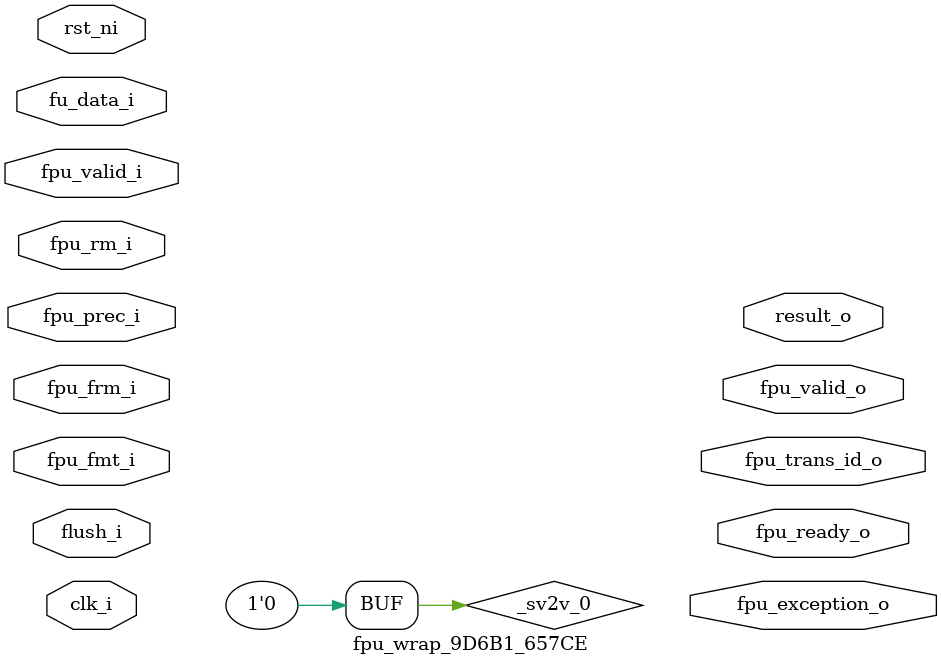
<source format=v>
module fpu_wrap_9D6B1_657CE (
	clk_i,
	rst_ni,
	flush_i,
	fpu_valid_i,
	fpu_ready_o,
	fu_data_i,
	fpu_fmt_i,
	fpu_rm_i,
	fpu_frm_i,
	fpu_prec_i,
	fpu_trans_id_o,
	result_o,
	fpu_valid_o,
	fpu_exception_o
);
	// removed localparam type exception_t_exception_t_CVA6Cfg_type
	parameter [17102:0] exception_t_exception_t_CVA6Cfg = 0;
	// removed localparam type fu_data_t_fu_data_t_CVA6Cfg_type
	parameter [17102:0] fu_data_t_fu_data_t_CVA6Cfg = 0;
	reg _sv2v_0;
	// removed import ariane_pkg::*;
	// Trace: core/fpu_wrap.sv:19:15
	localparam config_pkg_NrMaxRules = 16;
	// removed localparam type config_pkg_cache_type_t
	// removed localparam type config_pkg_noc_type_e
	// removed localparam type config_pkg_vm_mode_t
	// removed localparam type config_pkg_cva6_cfg_t
	localparam [17102:0] config_pkg_cva6_cfg_empty = 17103'd0;
	parameter [17102:0] CVA6Cfg = config_pkg_cva6_cfg_empty;
	// Trace: core/fpu_wrap.sv:20:20
	// removed localparam type exception_t
	// Trace: core/fpu_wrap.sv:21:20
	// removed localparam type fu_data_t
	// Trace: core/fpu_wrap.sv:23:5
	input wire clk_i;
	// Trace: core/fpu_wrap.sv:24:5
	input wire rst_ni;
	// Trace: core/fpu_wrap.sv:25:5
	input wire flush_i;
	// Trace: core/fpu_wrap.sv:26:5
	input wire fpu_valid_i;
	// Trace: core/fpu_wrap.sv:27:5
	output reg fpu_ready_o;
	// Trace: core/fpu_wrap.sv:28:5
	input wire [((((12 + fu_data_t_fu_data_t_CVA6Cfg[17102-:32]) + fu_data_t_fu_data_t_CVA6Cfg[17102-:32]) + fu_data_t_fu_data_t_CVA6Cfg[17102-:32]) + fu_data_t_fu_data_t_CVA6Cfg[16503-:32]) - 1:0] fu_data_i;
	// Trace: core/fpu_wrap.sv:30:5
	input wire [1:0] fpu_fmt_i;
	// Trace: core/fpu_wrap.sv:31:5
	input wire [2:0] fpu_rm_i;
	// Trace: core/fpu_wrap.sv:32:5
	input wire [2:0] fpu_frm_i;
	// Trace: core/fpu_wrap.sv:33:5
	input wire [6:0] fpu_prec_i;
	// Trace: core/fpu_wrap.sv:34:5
	output wire [CVA6Cfg[16503-:32] - 1:0] fpu_trans_id_o;
	// Trace: core/fpu_wrap.sv:35:5
	output wire [CVA6Cfg[16469-:32] - 1:0] result_o;
	// Trace: core/fpu_wrap.sv:36:5
	output wire fpu_valid_o;
	// Trace: core/fpu_wrap.sv:37:5
	output wire [((exception_t_exception_t_CVA6Cfg[17102-:32] + exception_t_exception_t_CVA6Cfg[17102-:32]) + exception_t_exception_t_CVA6Cfg[17006-:32]) + 33:0] fpu_exception_o;
	// Trace: core/fpu_wrap.sv:42:3
	reg state_q;
	reg state_d;
	// Trace: core/fpu_wrap.sv:47:3
	// removed localparam type ariane_pkg_fu_op
	// removed localparam type ariane_pkg_fu_t
	localparam [31:0] ariane_pkg_LAT_COMP_FP16 = 'd1;
	localparam [31:0] ariane_pkg_LAT_COMP_FP16ALT = 'd1;
	localparam [31:0] ariane_pkg_LAT_COMP_FP32 = 'd2;
	localparam [31:0] ariane_pkg_LAT_COMP_FP64 = 'd3;
	localparam [31:0] ariane_pkg_LAT_COMP_FP8 = 'd1;
	localparam [31:0] ariane_pkg_LAT_CONV = 'd2;
	localparam [31:0] ariane_pkg_LAT_DIVSQRT = 'd2;
	localparam [31:0] ariane_pkg_LAT_NONCOMP = 'd1;
	localparam [31:0] fpnew_pkg_OP_BITS = 4;
	// removed localparam type fpnew_pkg_operation_e
	// removed localparam type fpnew_pkg_pipe_config_t
	localparam [31:0] fpnew_pkg_NUM_FP_FORMATS = 5;
	localparam [31:0] fpnew_pkg_FP_FORMAT_BITS = 3;
	// removed localparam type fpnew_pkg_fp_format_e
	localparam [31:0] fpnew_pkg_NUM_INT_FORMATS = 4;
	localparam [31:0] fpnew_pkg_INT_FORMAT_BITS = 2;
	// removed localparam type fpnew_pkg_int_format_e
	// removed localparam type fpnew_pkg_unit_type_t
	// removed localparam type fpnew_pkg_fmt_logic_t
	// removed localparam type fpnew_pkg_ifmt_logic_t
	// removed localparam type fpnew_pkg_fpu_features_t
	localparam [31:0] fpnew_pkg_NUM_OPGROUPS = 4;
	// removed localparam type fpnew_pkg_fmt_unit_types_t
	// removed localparam type fpnew_pkg_opgrp_fmt_unit_types_t
	// removed localparam type fpnew_pkg_fmt_unsigned_t
	// removed localparam type fpnew_pkg_opgrp_fmt_unsigned_t
	// removed localparam type fpnew_pkg_fpu_implementation_t
	// removed localparam type fpnew_pkg_roundmode_e
	function automatic [31:0] sv2v_cast_32;
		input reg [31:0] inp;
		sv2v_cast_32 = inp;
	endfunction
	function automatic [3:0] sv2v_cast_4CD2E;
		input reg [3:0] inp;
		sv2v_cast_4CD2E = inp;
	endfunction
	function automatic [2:0] sv2v_cast_5D882;
		input reg [2:0] inp;
		sv2v_cast_5D882 = inp;
	endfunction
	function automatic [1:0] sv2v_cast_CDB06;
		input reg [1:0] inp;
		sv2v_cast_CDB06 = inp;
	endfunction
	function automatic [4:0] sv2v_cast_5;
		input reg [4:0] inp;
		sv2v_cast_5 = inp;
	endfunction
	function automatic [3:0] sv2v_cast_4;
		input reg [3:0] inp;
		sv2v_cast_4 = inp;
	endfunction
	function automatic [((32'd4 * 32'd5) * 32) - 1:0] sv2v_cast_52F10;
		input reg [((32'd4 * 32'd5) * 32) - 1:0] inp;
		sv2v_cast_52F10 = inp;
	endfunction
	function automatic [((32'd4 * 32'd5) * 2) - 1:0] sv2v_cast_18D94;
		input reg [((32'd4 * 32'd5) * 2) - 1:0] inp;
		sv2v_cast_18D94 = inp;
	endfunction
	generate
		if (CVA6Cfg[16471]) begin : fpu_gen
			// Trace: core/fpu_wrap.sv:48:5
			wire [CVA6Cfg[16469-:32] - 1:0] operand_a_i;
			// Trace: core/fpu_wrap.sv:49:5
			wire [CVA6Cfg[16469-:32] - 1:0] operand_b_i;
			// Trace: core/fpu_wrap.sv:50:5
			wire [CVA6Cfg[16469-:32] - 1:0] operand_c_i;
			// Trace: core/fpu_wrap.sv:51:5
			assign operand_a_i = fu_data_i[(fu_data_t_fu_data_t_CVA6Cfg[17102-:32] + (fu_data_t_fu_data_t_CVA6Cfg[17102-:32] + (fu_data_t_fu_data_t_CVA6Cfg[17102-:32] + (fu_data_t_fu_data_t_CVA6Cfg[16503-:32] - 1)))) - ((fu_data_t_fu_data_t_CVA6Cfg[17102-:32] - 1) - (CVA6Cfg[16469-:32] - 1)):(fu_data_t_fu_data_t_CVA6Cfg[17102-:32] + (fu_data_t_fu_data_t_CVA6Cfg[17102-:32] + (fu_data_t_fu_data_t_CVA6Cfg[17102-:32] + (fu_data_t_fu_data_t_CVA6Cfg[16503-:32] - 1)))) - (fu_data_t_fu_data_t_CVA6Cfg[17102-:32] - 1)];
			// Trace: core/fpu_wrap.sv:52:5
			assign operand_b_i = fu_data_i[(fu_data_t_fu_data_t_CVA6Cfg[17102-:32] + (fu_data_t_fu_data_t_CVA6Cfg[17102-:32] + (fu_data_t_fu_data_t_CVA6Cfg[16503-:32] - 1))) - ((fu_data_t_fu_data_t_CVA6Cfg[17102-:32] - 1) - (CVA6Cfg[16469-:32] - 1)):(fu_data_t_fu_data_t_CVA6Cfg[17102-:32] + (fu_data_t_fu_data_t_CVA6Cfg[17102-:32] + (fu_data_t_fu_data_t_CVA6Cfg[16503-:32] - 1))) - (fu_data_t_fu_data_t_CVA6Cfg[17102-:32] - 1)];
			// Trace: core/fpu_wrap.sv:53:5
			assign operand_c_i = fu_data_i[(fu_data_t_fu_data_t_CVA6Cfg[17102-:32] + (fu_data_t_fu_data_t_CVA6Cfg[16503-:32] - 1)) - ((fu_data_t_fu_data_t_CVA6Cfg[17102-:32] - 1) - (CVA6Cfg[16469-:32] - 1)):(fu_data_t_fu_data_t_CVA6Cfg[17102-:32] + (fu_data_t_fu_data_t_CVA6Cfg[16503-:32] - 1)) - (fu_data_t_fu_data_t_CVA6Cfg[17102-:32] - 1)];
			// Trace: core/fpu_wrap.sv:58:5
			localparam OPBITS = fpnew_pkg_OP_BITS;
			// Trace: core/fpu_wrap.sv:59:5
			localparam FMTBITS = 3;
			// Trace: core/fpu_wrap.sv:60:5
			localparam IFMTBITS = 2;
			// Trace: core/fpu_wrap.sv:63:5
			localparam [42:0] FPU_FEATURES = {sv2v_cast_32($unsigned(CVA6Cfg[16469-:32])), CVA6Cfg[16540], 1'b1, sv2v_cast_5({CVA6Cfg[16552], CVA6Cfg[16551], CVA6Cfg[16550], CVA6Cfg[16548], CVA6Cfg[16549]}), sv2v_cast_4({CVA6Cfg[16540] && CVA6Cfg[16548], CVA6Cfg[16540] && (CVA6Cfg[16550] || CVA6Cfg[16549]), 2'b11})};
			// Trace: core/fpu_wrap.sv:77:5
			localparam [(((fpnew_pkg_NUM_OPGROUPS * fpnew_pkg_NUM_FP_FORMATS) * 32) + ((fpnew_pkg_NUM_OPGROUPS * fpnew_pkg_NUM_FP_FORMATS) * 2)) + 1:0] FPU_IMPLEMENTATION = {sv2v_cast_52F10({$unsigned(ariane_pkg_LAT_COMP_FP32), $unsigned(ariane_pkg_LAT_COMP_FP64), $unsigned(ariane_pkg_LAT_COMP_FP16), $unsigned(ariane_pkg_LAT_COMP_FP8), $unsigned(ariane_pkg_LAT_COMP_FP16ALT), {fpnew_pkg_NUM_FP_FORMATS {sv2v_cast_32($unsigned(ariane_pkg_LAT_DIVSQRT))}}, {fpnew_pkg_NUM_FP_FORMATS {sv2v_cast_32($unsigned(ariane_pkg_LAT_NONCOMP))}}, {fpnew_pkg_NUM_FP_FORMATS {sv2v_cast_32($unsigned(ariane_pkg_LAT_CONV))}}}), sv2v_cast_18D94({{fpnew_pkg_NUM_FP_FORMATS {2'd1}}, {fpnew_pkg_NUM_FP_FORMATS {2'd2}}, {fpnew_pkg_NUM_FP_FORMATS {2'd1}}, {fpnew_pkg_NUM_FP_FORMATS {2'd2}}}), 2'd3};
			// Trace: core/fpu_wrap.sv:102:5
			reg [CVA6Cfg[16469-:32] - 1:0] operand_a_d;
			reg [CVA6Cfg[16469-:32] - 1:0] operand_a_q;
			wire [CVA6Cfg[16469-:32] - 1:0] operand_a;
			// Trace: core/fpu_wrap.sv:103:5
			reg [CVA6Cfg[16469-:32] - 1:0] operand_b_d;
			reg [CVA6Cfg[16469-:32] - 1:0] operand_b_q;
			wire [CVA6Cfg[16469-:32] - 1:0] operand_b;
			// Trace: core/fpu_wrap.sv:104:5
			reg [CVA6Cfg[16469-:32] - 1:0] operand_c_d;
			reg [CVA6Cfg[16469-:32] - 1:0] operand_c_q;
			wire [CVA6Cfg[16469-:32] - 1:0] operand_c;
			// Trace: core/fpu_wrap.sv:105:5
			reg [3:0] fpu_op_d;
			reg [3:0] fpu_op_q;
			wire [3:0] fpu_op;
			// Trace: core/fpu_wrap.sv:106:5
			reg fpu_op_mod_d;
			reg fpu_op_mod_q;
			wire fpu_op_mod;
			// Trace: core/fpu_wrap.sv:107:5
			reg [2:0] fpu_srcfmt_d;
			reg [2:0] fpu_srcfmt_q;
			wire [2:0] fpu_srcfmt;
			// Trace: core/fpu_wrap.sv:108:5
			reg [2:0] fpu_dstfmt_d;
			reg [2:0] fpu_dstfmt_q;
			wire [2:0] fpu_dstfmt;
			// Trace: core/fpu_wrap.sv:109:5
			reg [1:0] fpu_ifmt_d;
			reg [1:0] fpu_ifmt_q;
			wire [1:0] fpu_ifmt;
			// Trace: core/fpu_wrap.sv:110:5
			reg [2:0] fpu_rm_d;
			reg [2:0] fpu_rm_q;
			wire [2:0] fpu_rm;
			// Trace: core/fpu_wrap.sv:111:5
			reg fpu_vec_op_d;
			reg fpu_vec_op_q;
			wire fpu_vec_op;
			// Trace: core/fpu_wrap.sv:113:5
			reg [CVA6Cfg[16503-:32] - 1:0] fpu_tag_d;
			reg [CVA6Cfg[16503-:32] - 1:0] fpu_tag_q;
			wire [CVA6Cfg[16503-:32] - 1:0] fpu_tag;
			// Trace: core/fpu_wrap.sv:115:5
			wire fpu_in_ready;
			reg fpu_in_valid;
			// Trace: core/fpu_wrap.sv:116:5
			wire fpu_out_ready;
			wire fpu_out_valid;
			// Trace: core/fpu_wrap.sv:118:5
			wire [4:0] fpu_status;
			// Trace: core/fpu_wrap.sv:121:5
			reg hold_inputs;
			// Trace: core/fpu_wrap.sv:122:5
			reg use_hold;
			// Trace: core/fpu_wrap.sv:128:5
			always @(*) begin : input_translation
				// Trace: core/fpu_wrap.sv:130:7
				reg vec_replication;
				// Trace: core/fpu_wrap.sv:131:7
				reg replicate_c;
				// Trace: core/fpu_wrap.sv:132:7
				reg check_ah;
				if (_sv2v_0)
					;
				// Trace: core/fpu_wrap.sv:135:7
				operand_a_d = operand_a_i;
				// Trace: core/fpu_wrap.sv:136:7
				operand_b_d = operand_b_i;
				// Trace: core/fpu_wrap.sv:137:7
				operand_c_d = operand_c_i;
				// Trace: core/fpu_wrap.sv:138:7
				fpu_op_d = sv2v_cast_4CD2E(6);
				// Trace: core/fpu_wrap.sv:139:7
				fpu_op_mod_d = 1'b0;
				// Trace: core/fpu_wrap.sv:140:7
				fpu_dstfmt_d = sv2v_cast_5D882('d0);
				// Trace: core/fpu_wrap.sv:141:7
				fpu_ifmt_d = sv2v_cast_CDB06(2);
				// Trace: core/fpu_wrap.sv:142:7
				fpu_rm_d = fpu_rm_i;
				// Trace: core/fpu_wrap.sv:143:7
				fpu_vec_op_d = fu_data_i[12 + (fu_data_t_fu_data_t_CVA6Cfg[17102-:32] + (fu_data_t_fu_data_t_CVA6Cfg[17102-:32] + (fu_data_t_fu_data_t_CVA6Cfg[17102-:32] + (fu_data_t_fu_data_t_CVA6Cfg[16503-:32] - 1))))-:((12 + (fu_data_t_fu_data_t_CVA6Cfg[17102-:32] + (fu_data_t_fu_data_t_CVA6Cfg[17102-:32] + (fu_data_t_fu_data_t_CVA6Cfg[17102-:32] + (fu_data_t_fu_data_t_CVA6Cfg[16503-:32] - 1))))) >= (8 + (fu_data_t_fu_data_t_CVA6Cfg[17102-:32] + (fu_data_t_fu_data_t_CVA6Cfg[17102-:32] + (fu_data_t_fu_data_t_CVA6Cfg[17102-:32] + (fu_data_t_fu_data_t_CVA6Cfg[16503-:32] + 0))))) ? ((12 + (fu_data_t_fu_data_t_CVA6Cfg[17102-:32] + (fu_data_t_fu_data_t_CVA6Cfg[17102-:32] + (fu_data_t_fu_data_t_CVA6Cfg[17102-:32] + (fu_data_t_fu_data_t_CVA6Cfg[16503-:32] - 1))))) - (8 + (fu_data_t_fu_data_t_CVA6Cfg[17102-:32] + (fu_data_t_fu_data_t_CVA6Cfg[17102-:32] + (fu_data_t_fu_data_t_CVA6Cfg[17102-:32] + (fu_data_t_fu_data_t_CVA6Cfg[16503-:32] + 0)))))) + 1 : ((8 + (fu_data_t_fu_data_t_CVA6Cfg[17102-:32] + (fu_data_t_fu_data_t_CVA6Cfg[17102-:32] + (fu_data_t_fu_data_t_CVA6Cfg[17102-:32] + (fu_data_t_fu_data_t_CVA6Cfg[16503-:32] + 0))))) - (12 + (fu_data_t_fu_data_t_CVA6Cfg[17102-:32] + (fu_data_t_fu_data_t_CVA6Cfg[17102-:32] + (fu_data_t_fu_data_t_CVA6Cfg[17102-:32] + (fu_data_t_fu_data_t_CVA6Cfg[16503-:32] - 1)))))) + 1)] == 4'd8;
				// Trace: core/fpu_wrap.sv:144:7
				fpu_tag_d = fu_data_i[fu_data_t_fu_data_t_CVA6Cfg[16503-:32] - 1-:fu_data_t_fu_data_t_CVA6Cfg[16503-:32]];
				// Trace: core/fpu_wrap.sv:145:7
				vec_replication = fpu_rm_i[0];
				// Trace: core/fpu_wrap.sv:146:7
				replicate_c = 1'b0;
				// Trace: core/fpu_wrap.sv:147:7
				check_ah = 1'b0;
				// Trace: core/fpu_wrap.sv:150:7
				if (!((3'b000 <= fpu_rm_i) && (3'b100 >= fpu_rm_i)))
					// Trace: core/fpu_wrap.sv:150:51
					fpu_rm_d = fpu_frm_i;
				if (fpu_vec_op_d)
					// Trace: core/fpu_wrap.sv:153:25
					fpu_rm_d = fpu_frm_i;
				(* full_case, parallel_case *)
				case (fpu_fmt_i)
					2'b00:
						// Trace: core/fpu_wrap.sv:158:18
						fpu_dstfmt_d = sv2v_cast_5D882('d0);
					2'b01:
						// Trace: core/fpu_wrap.sv:160:18
						fpu_dstfmt_d = (fpu_vec_op_d ? sv2v_cast_5D882('d4) : sv2v_cast_5D882('d1));
					2'b10:
						// Trace: core/fpu_wrap.sv:163:11
						if (!fpu_vec_op_d && (fpu_rm_i == 3'b101))
							// Trace: core/fpu_wrap.sv:163:52
							fpu_dstfmt_d = sv2v_cast_5D882('d4);
						else
							// Trace: core/fpu_wrap.sv:164:16
							fpu_dstfmt_d = sv2v_cast_5D882('d2);
					default:
						// Trace: core/fpu_wrap.sv:167:18
						fpu_dstfmt_d = sv2v_cast_5D882('d3);
				endcase
				// Trace: core/fpu_wrap.sv:171:7
				fpu_srcfmt_d = fpu_dstfmt_d;
				(* full_case, parallel_case *)
				case (fu_data_i[8 + (fu_data_t_fu_data_t_CVA6Cfg[17102-:32] + (fu_data_t_fu_data_t_CVA6Cfg[17102-:32] + (fu_data_t_fu_data_t_CVA6Cfg[17102-:32] + (fu_data_t_fu_data_t_CVA6Cfg[16503-:32] - 1))))-:((8 + (fu_data_t_fu_data_t_CVA6Cfg[17102-:32] + (fu_data_t_fu_data_t_CVA6Cfg[17102-:32] + (fu_data_t_fu_data_t_CVA6Cfg[17102-:32] + (fu_data_t_fu_data_t_CVA6Cfg[16503-:32] - 1))))) >= (fu_data_t_fu_data_t_CVA6Cfg[17102-:32] + (fu_data_t_fu_data_t_CVA6Cfg[17102-:32] + (fu_data_t_fu_data_t_CVA6Cfg[17102-:32] + (fu_data_t_fu_data_t_CVA6Cfg[16503-:32] + 0)))) ? ((8 + (fu_data_t_fu_data_t_CVA6Cfg[17102-:32] + (fu_data_t_fu_data_t_CVA6Cfg[17102-:32] + (fu_data_t_fu_data_t_CVA6Cfg[17102-:32] + (fu_data_t_fu_data_t_CVA6Cfg[16503-:32] - 1))))) - (fu_data_t_fu_data_t_CVA6Cfg[17102-:32] + (fu_data_t_fu_data_t_CVA6Cfg[17102-:32] + (fu_data_t_fu_data_t_CVA6Cfg[17102-:32] + (fu_data_t_fu_data_t_CVA6Cfg[16503-:32] + 0))))) + 1 : ((fu_data_t_fu_data_t_CVA6Cfg[17102-:32] + (fu_data_t_fu_data_t_CVA6Cfg[17102-:32] + (fu_data_t_fu_data_t_CVA6Cfg[17102-:32] + (fu_data_t_fu_data_t_CVA6Cfg[16503-:32] + 0)))) - (8 + (fu_data_t_fu_data_t_CVA6Cfg[17102-:32] + (fu_data_t_fu_data_t_CVA6Cfg[17102-:32] + (fu_data_t_fu_data_t_CVA6Cfg[17102-:32] + (fu_data_t_fu_data_t_CVA6Cfg[16503-:32] - 1)))))) + 1)])
					8'd104: begin
						// Trace: core/fpu_wrap.sv:177:11
						fpu_op_d = sv2v_cast_4CD2E(2);
						// Trace: core/fpu_wrap.sv:178:11
						replicate_c = 1'b1;
					end
					8'd105: begin
						// Trace: core/fpu_wrap.sv:182:11
						fpu_op_d = sv2v_cast_4CD2E(2);
						// Trace: core/fpu_wrap.sv:183:11
						fpu_op_mod_d = 1'b1;
						// Trace: core/fpu_wrap.sv:184:11
						replicate_c = 1'b1;
					end
					8'd106:
						// Trace: core/fpu_wrap.sv:187:18
						fpu_op_d = sv2v_cast_4CD2E(3);
					8'd107:
						// Trace: core/fpu_wrap.sv:189:18
						fpu_op_d = sv2v_cast_4CD2E(4);
					8'd108: begin
						// Trace: core/fpu_wrap.sv:192:11
						fpu_op_d = sv2v_cast_4CD2E(7);
						// Trace: core/fpu_wrap.sv:193:11
						fpu_rm_d = {1'b0, fpu_rm_i[1:0]};
						// Trace: core/fpu_wrap.sv:194:11
						check_ah = 1'b1;
					end
					8'd109:
						// Trace: core/fpu_wrap.sv:197:18
						fpu_op_d = sv2v_cast_4CD2E(5);
					8'd110:
						// Trace: core/fpu_wrap.sv:199:18
						fpu_op_d = sv2v_cast_4CD2E(0);
					8'd111: begin
						// Trace: core/fpu_wrap.sv:202:11
						fpu_op_d = sv2v_cast_4CD2E(0);
						// Trace: core/fpu_wrap.sv:203:11
						fpu_op_mod_d = 1'b1;
					end
					8'd112:
						// Trace: core/fpu_wrap.sv:206:18
						fpu_op_d = sv2v_cast_4CD2E(1);
					8'd113: begin
						// Trace: core/fpu_wrap.sv:209:11
						fpu_op_d = sv2v_cast_4CD2E(1);
						// Trace: core/fpu_wrap.sv:210:11
						fpu_op_mod_d = 1'b1;
					end
					8'd114: begin
						// Trace: core/fpu_wrap.sv:214:11
						fpu_op_d = sv2v_cast_4CD2E(11);
						// Trace: core/fpu_wrap.sv:216:11
						if (fpu_vec_op_d) begin
							// Trace: core/fpu_wrap.sv:217:13
							fpu_op_mod_d = fpu_rm_i[0];
							// Trace: core/fpu_wrap.sv:218:13
							vec_replication = 1'b0;
							// Trace: core/fpu_wrap.sv:219:13
							(* full_case, parallel_case *)
							case (fpu_fmt_i)
								2'b00:
									// Trace: core/fpu_wrap.sv:220:22
									fpu_ifmt_d = sv2v_cast_CDB06(2);
								2'b01, 2'b10:
									// Trace: core/fpu_wrap.sv:221:29
									fpu_ifmt_d = sv2v_cast_CDB06(1);
								2'b11:
									// Trace: core/fpu_wrap.sv:222:22
									fpu_ifmt_d = sv2v_cast_CDB06(0);
							endcase
						end
						else begin
							// Trace: core/fpu_wrap.sv:226:13
							fpu_op_mod_d = operand_c_i[0];
							// Trace: core/fpu_wrap.sv:227:13
							if (operand_c_i[1])
								// Trace: core/fpu_wrap.sv:227:33
								fpu_ifmt_d = sv2v_cast_CDB06(3);
							else
								// Trace: core/fpu_wrap.sv:228:18
								fpu_ifmt_d = sv2v_cast_CDB06(2);
						end
					end
					8'd115: begin
						// Trace: core/fpu_wrap.sv:233:11
						fpu_op_d = sv2v_cast_4CD2E(12);
						// Trace: core/fpu_wrap.sv:235:11
						if (fpu_vec_op_d) begin
							// Trace: core/fpu_wrap.sv:236:13
							fpu_op_mod_d = fpu_rm_i[0];
							// Trace: core/fpu_wrap.sv:237:13
							vec_replication = 1'b0;
							// Trace: core/fpu_wrap.sv:238:13
							(* full_case, parallel_case *)
							case (fpu_fmt_i)
								2'b00:
									// Trace: core/fpu_wrap.sv:239:22
									fpu_ifmt_d = sv2v_cast_CDB06(2);
								2'b01, 2'b10:
									// Trace: core/fpu_wrap.sv:240:29
									fpu_ifmt_d = sv2v_cast_CDB06(1);
								2'b11:
									// Trace: core/fpu_wrap.sv:241:22
									fpu_ifmt_d = sv2v_cast_CDB06(0);
							endcase
						end
						else begin
							// Trace: core/fpu_wrap.sv:245:13
							fpu_op_mod_d = operand_c_i[0];
							// Trace: core/fpu_wrap.sv:246:13
							if (operand_c_i[1])
								// Trace: core/fpu_wrap.sv:246:33
								fpu_ifmt_d = sv2v_cast_CDB06(3);
							else
								// Trace: core/fpu_wrap.sv:247:18
								fpu_ifmt_d = sv2v_cast_CDB06(2);
						end
					end
					8'd116: begin
						// Trace: core/fpu_wrap.sv:252:11
						fpu_op_d = sv2v_cast_4CD2E(10);
						// Trace: core/fpu_wrap.sv:254:11
						if (fpu_vec_op_d) begin
							// Trace: core/fpu_wrap.sv:255:13
							vec_replication = 1'b0;
							// Trace: core/fpu_wrap.sv:256:13
							(* full_case, parallel_case *)
							case (operand_c_i[1:0])
								2'b00:
									// Trace: core/fpu_wrap.sv:257:22
									fpu_srcfmt_d = sv2v_cast_5D882('d0);
								2'b01:
									// Trace: core/fpu_wrap.sv:258:22
									fpu_srcfmt_d = sv2v_cast_5D882('d4);
								2'b10:
									// Trace: core/fpu_wrap.sv:259:22
									fpu_srcfmt_d = sv2v_cast_5D882('d2);
								2'b11:
									// Trace: core/fpu_wrap.sv:260:22
									fpu_srcfmt_d = sv2v_cast_5D882('d3);
							endcase
						end
						else
							// Trace: core/fpu_wrap.sv:264:13
							(* full_case, parallel_case *)
							case (operand_c_i[2:0])
								3'b000:
									// Trace: core/fpu_wrap.sv:265:24
									fpu_srcfmt_d = sv2v_cast_5D882('d0);
								3'b001:
									// Trace: core/fpu_wrap.sv:266:24
									fpu_srcfmt_d = sv2v_cast_5D882('d1);
								3'b010:
									// Trace: core/fpu_wrap.sv:267:24
									fpu_srcfmt_d = sv2v_cast_5D882('d2);
								3'b110:
									// Trace: core/fpu_wrap.sv:268:24
									fpu_srcfmt_d = sv2v_cast_5D882('d4);
								3'b011:
									// Trace: core/fpu_wrap.sv:269:24
									fpu_srcfmt_d = sv2v_cast_5D882('d3);
								default:
									;
							endcase
					end
					8'd117: begin
						// Trace: core/fpu_wrap.sv:276:11
						fpu_op_d = sv2v_cast_4CD2E(6);
						// Trace: core/fpu_wrap.sv:277:11
						fpu_rm_d = {1'b0, fpu_rm_i[1:0]};
						// Trace: core/fpu_wrap.sv:278:11
						check_ah = 1'b1;
					end
					8'd118: begin
						// Trace: core/fpu_wrap.sv:282:11
						fpu_op_d = sv2v_cast_4CD2E(6);
						// Trace: core/fpu_wrap.sv:283:11
						fpu_rm_d = 3'b011;
						// Trace: core/fpu_wrap.sv:284:11
						fpu_op_mod_d = 1'b1;
						// Trace: core/fpu_wrap.sv:285:11
						check_ah = 1'b1;
						// Trace: core/fpu_wrap.sv:286:11
						vec_replication = 1'b0;
					end
					8'd119: begin
						// Trace: core/fpu_wrap.sv:290:11
						fpu_op_d = sv2v_cast_4CD2E(6);
						// Trace: core/fpu_wrap.sv:291:11
						fpu_rm_d = 3'b011;
						// Trace: core/fpu_wrap.sv:292:11
						check_ah = 1'b1;
						// Trace: core/fpu_wrap.sv:293:11
						vec_replication = 1'b0;
					end
					8'd120: begin
						// Trace: core/fpu_wrap.sv:297:11
						fpu_op_d = sv2v_cast_4CD2E(8);
						// Trace: core/fpu_wrap.sv:298:11
						fpu_rm_d = {1'b0, fpu_rm_i[1:0]};
						// Trace: core/fpu_wrap.sv:299:11
						check_ah = 1'b1;
					end
					8'd121: begin
						// Trace: core/fpu_wrap.sv:303:11
						fpu_op_d = sv2v_cast_4CD2E(9);
						// Trace: core/fpu_wrap.sv:304:11
						fpu_rm_d = {1'b0, fpu_rm_i[1:0]};
						// Trace: core/fpu_wrap.sv:307:11
						check_ah = 1'b1;
					end
					8'd122: begin
						// Trace: core/fpu_wrap.sv:311:11
						fpu_op_d = sv2v_cast_4CD2E(7);
						// Trace: core/fpu_wrap.sv:312:11
						fpu_rm_d = 3'b000;
					end
					8'd123: begin
						// Trace: core/fpu_wrap.sv:316:11
						fpu_op_d = sv2v_cast_4CD2E(7);
						// Trace: core/fpu_wrap.sv:317:11
						fpu_rm_d = 3'b001;
					end
					8'd124: begin
						// Trace: core/fpu_wrap.sv:321:11
						fpu_op_d = sv2v_cast_4CD2E(6);
						// Trace: core/fpu_wrap.sv:322:11
						fpu_rm_d = 3'b000;
					end
					8'd125: begin
						// Trace: core/fpu_wrap.sv:326:11
						fpu_op_d = sv2v_cast_4CD2E(6);
						// Trace: core/fpu_wrap.sv:327:11
						fpu_rm_d = 3'b001;
					end
					8'd126: begin
						// Trace: core/fpu_wrap.sv:331:11
						fpu_op_d = sv2v_cast_4CD2E(6);
						// Trace: core/fpu_wrap.sv:332:11
						fpu_rm_d = 3'b010;
					end
					8'd127: begin
						// Trace: core/fpu_wrap.sv:336:11
						fpu_op_d = sv2v_cast_4CD2E(8);
						// Trace: core/fpu_wrap.sv:337:11
						fpu_rm_d = 3'b010;
					end
					8'd128: begin
						// Trace: core/fpu_wrap.sv:341:11
						fpu_op_d = sv2v_cast_4CD2E(8);
						// Trace: core/fpu_wrap.sv:342:11
						fpu_op_mod_d = 1'b1;
						// Trace: core/fpu_wrap.sv:343:11
						fpu_rm_d = 3'b010;
					end
					8'd129: begin
						// Trace: core/fpu_wrap.sv:347:11
						fpu_op_d = sv2v_cast_4CD2E(8);
						// Trace: core/fpu_wrap.sv:348:11
						fpu_rm_d = 3'b001;
					end
					8'd130: begin
						// Trace: core/fpu_wrap.sv:352:11
						fpu_op_d = sv2v_cast_4CD2E(8);
						// Trace: core/fpu_wrap.sv:353:11
						fpu_op_mod_d = 1'b1;
						// Trace: core/fpu_wrap.sv:354:11
						fpu_rm_d = 3'b001;
					end
					8'd131: begin
						// Trace: core/fpu_wrap.sv:358:11
						fpu_op_d = sv2v_cast_4CD2E(8);
						// Trace: core/fpu_wrap.sv:359:11
						fpu_rm_d = 3'b000;
					end
					8'd132: begin
						// Trace: core/fpu_wrap.sv:363:11
						fpu_op_d = sv2v_cast_4CD2E(8);
						// Trace: core/fpu_wrap.sv:364:11
						fpu_op_mod_d = 1'b1;
						// Trace: core/fpu_wrap.sv:365:11
						fpu_rm_d = 3'b000;
					end
					8'd133: begin
						// Trace: core/fpu_wrap.sv:369:11
						fpu_op_d = sv2v_cast_4CD2E(13);
						// Trace: core/fpu_wrap.sv:370:11
						fpu_op_mod_d = fpu_rm_i[0];
						// Trace: core/fpu_wrap.sv:371:11
						vec_replication = 1'b0;
						// Trace: core/fpu_wrap.sv:372:11
						fpu_srcfmt_d = sv2v_cast_5D882('d0);
					end
					8'd134: begin
						// Trace: core/fpu_wrap.sv:376:11
						fpu_op_d = sv2v_cast_4CD2E(14);
						// Trace: core/fpu_wrap.sv:377:11
						fpu_op_mod_d = fpu_rm_i[0];
						// Trace: core/fpu_wrap.sv:378:11
						vec_replication = 1'b0;
						// Trace: core/fpu_wrap.sv:379:11
						fpu_srcfmt_d = sv2v_cast_5D882('d0);
					end
					8'd135: begin
						// Trace: core/fpu_wrap.sv:383:11
						fpu_op_d = sv2v_cast_4CD2E(13);
						// Trace: core/fpu_wrap.sv:384:11
						fpu_op_mod_d = fpu_rm_i[0];
						// Trace: core/fpu_wrap.sv:385:11
						vec_replication = 1'b0;
						// Trace: core/fpu_wrap.sv:386:11
						fpu_srcfmt_d = sv2v_cast_5D882('d1);
					end
					8'd136: begin
						// Trace: core/fpu_wrap.sv:390:11
						fpu_op_d = sv2v_cast_4CD2E(14);
						// Trace: core/fpu_wrap.sv:391:11
						fpu_op_mod_d = fpu_rm_i[0];
						// Trace: core/fpu_wrap.sv:392:11
						vec_replication = 1'b0;
						// Trace: core/fpu_wrap.sv:393:11
						fpu_srcfmt_d = sv2v_cast_5D882('d1);
					end
					default:
						;
				endcase
				if (!fpu_vec_op_d && check_ah) begin
					if (fpu_rm_i[2])
						// Trace: core/fpu_wrap.sv:400:55
						fpu_dstfmt_d = sv2v_cast_5D882('d4);
				end
				if (fpu_vec_op_d && vec_replication) begin
					begin
						// Trace: core/fpu_wrap.sv:404:9
						if (replicate_c)
							// Trace: core/fpu_wrap.sv:405:11
							(* full_case, parallel_case *)
							case (fpu_dstfmt_d)
								sv2v_cast_5D882('d0):
									// Trace: core/fpu_wrap.sv:406:30
									operand_c_d = (CVA6Cfg[16551] ? {2 {operand_c_i[31:0]}} : operand_c_i);
								sv2v_cast_5D882('d2), sv2v_cast_5D882('d4):
									// Trace: core/fpu_wrap.sv:408:13
									operand_c_d = (CVA6Cfg[16551] ? {4 {operand_c_i[15:0]}} : {2 {operand_c_i[15:0]}});
								sv2v_cast_5D882('d3):
									// Trace: core/fpu_wrap.sv:410:13
									operand_c_d = (CVA6Cfg[16551] ? {8 {operand_c_i[7:0]}} : {4 {operand_c_i[7:0]}});
								default:
									;
							endcase
						else
							// Trace: core/fpu_wrap.sv:414:11
							(* full_case, parallel_case *)
							case (fpu_dstfmt_d)
								sv2v_cast_5D882('d0):
									// Trace: core/fpu_wrap.sv:415:30
									operand_b_d = (CVA6Cfg[16551] ? {2 {operand_b_i[31:0]}} : operand_b_i);
								sv2v_cast_5D882('d2), sv2v_cast_5D882('d4):
									// Trace: core/fpu_wrap.sv:417:13
									operand_b_d = (CVA6Cfg[16551] ? {4 {operand_b_i[15:0]}} : {2 {operand_b_i[15:0]}});
								sv2v_cast_5D882('d3):
									// Trace: core/fpu_wrap.sv:419:13
									operand_b_d = (CVA6Cfg[16551] ? {8 {operand_b_i[7:0]}} : {4 {operand_b_i[7:0]}});
								default:
									;
							endcase
					end
				end
			end
			// Trace: core/fpu_wrap.sv:431:5
			always @(*) begin : p_inputFSM
				if (_sv2v_0)
					;
				// Trace: core/fpu_wrap.sv:433:7
				fpu_ready_o = 1'b0;
				// Trace: core/fpu_wrap.sv:434:7
				fpu_in_valid = 1'b0;
				// Trace: core/fpu_wrap.sv:435:7
				hold_inputs = 1'b0;
				// Trace: core/fpu_wrap.sv:436:7
				use_hold = 1'b0;
				// Trace: core/fpu_wrap.sv:437:7
				state_d = state_q;
				// Trace: core/fpu_wrap.sv:440:7
				(* full_case, parallel_case *)
				case (state_q)
					1'd0: begin
						// Trace: core/fpu_wrap.sv:443:11
						fpu_ready_o = 1'b1;
						// Trace: core/fpu_wrap.sv:444:11
						fpu_in_valid = fpu_valid_i;
						// Trace: core/fpu_wrap.sv:446:11
						if (fpu_valid_i & ~fpu_in_ready) begin
							// Trace: core/fpu_wrap.sv:447:13
							fpu_ready_o = 1'b0;
							// Trace: core/fpu_wrap.sv:448:13
							hold_inputs = 1'b1;
							// Trace: core/fpu_wrap.sv:449:13
							state_d = 1'd1;
						end
					end
					1'd1: begin
						// Trace: core/fpu_wrap.sv:454:11
						fpu_in_valid = 1'b1;
						// Trace: core/fpu_wrap.sv:455:11
						use_hold = 1'b1;
						// Trace: core/fpu_wrap.sv:457:11
						if (fpu_in_ready) begin
							// Trace: core/fpu_wrap.sv:458:13
							fpu_ready_o = 1'b1;
							// Trace: core/fpu_wrap.sv:459:13
							state_d = 1'd0;
						end
					end
					default:
						;
				endcase
				if (flush_i)
					// Trace: core/fpu_wrap.sv:468:9
					state_d = 1'd0;
			end
			// Trace: core/fpu_wrap.sv:474:5
			always @(posedge clk_i or negedge rst_ni) begin : fp_hold_reg
				// Trace: core/fpu_wrap.sv:475:7
				if (~rst_ni) begin
					// Trace: core/fpu_wrap.sv:476:9
					state_q <= 1'd0;
					// Trace: core/fpu_wrap.sv:477:9
					operand_a_q <= 1'sb0;
					// Trace: core/fpu_wrap.sv:478:9
					operand_b_q <= 1'sb0;
					// Trace: core/fpu_wrap.sv:479:9
					operand_c_q <= 1'sb0;
					// Trace: core/fpu_wrap.sv:480:9
					fpu_op_q <= 1'sb0;
					// Trace: core/fpu_wrap.sv:481:9
					fpu_op_mod_q <= 1'sb0;
					// Trace: core/fpu_wrap.sv:482:9
					fpu_srcfmt_q <= 1'sb0;
					// Trace: core/fpu_wrap.sv:483:9
					fpu_dstfmt_q <= 1'sb0;
					// Trace: core/fpu_wrap.sv:484:9
					fpu_ifmt_q <= 1'sb0;
					// Trace: core/fpu_wrap.sv:485:9
					fpu_rm_q <= 1'sb0;
					// Trace: core/fpu_wrap.sv:486:9
					fpu_vec_op_q <= 1'sb0;
					// Trace: core/fpu_wrap.sv:487:9
					fpu_tag_q <= 1'sb0;
				end
				else begin
					// Trace: core/fpu_wrap.sv:489:9
					state_q <= state_d;
					// Trace: core/fpu_wrap.sv:491:9
					if (hold_inputs) begin
						// Trace: core/fpu_wrap.sv:492:11
						operand_a_q <= operand_a_d;
						// Trace: core/fpu_wrap.sv:493:11
						operand_b_q <= operand_b_d;
						// Trace: core/fpu_wrap.sv:494:11
						operand_c_q <= operand_c_d;
						// Trace: core/fpu_wrap.sv:495:11
						fpu_op_q <= fpu_op_d;
						// Trace: core/fpu_wrap.sv:496:11
						fpu_op_mod_q <= fpu_op_mod_d;
						// Trace: core/fpu_wrap.sv:497:11
						fpu_srcfmt_q <= fpu_srcfmt_d;
						// Trace: core/fpu_wrap.sv:498:11
						fpu_dstfmt_q <= fpu_dstfmt_d;
						// Trace: core/fpu_wrap.sv:499:11
						fpu_ifmt_q <= fpu_ifmt_d;
						// Trace: core/fpu_wrap.sv:500:11
						fpu_rm_q <= fpu_rm_d;
						// Trace: core/fpu_wrap.sv:501:11
						fpu_vec_op_q <= fpu_vec_op_d;
						// Trace: core/fpu_wrap.sv:502:11
						fpu_tag_q <= fpu_tag_d;
					end
				end
			end
			// Trace: core/fpu_wrap.sv:508:5
			assign operand_a = (use_hold ? operand_a_q : operand_a_d);
			// Trace: core/fpu_wrap.sv:509:5
			assign operand_b = (use_hold ? operand_b_q : operand_b_d);
			// Trace: core/fpu_wrap.sv:510:5
			assign operand_c = (use_hold ? operand_c_q : operand_c_d);
			// Trace: core/fpu_wrap.sv:511:5
			assign fpu_op = (use_hold ? fpu_op_q : fpu_op_d);
			// Trace: core/fpu_wrap.sv:512:5
			assign fpu_op_mod = (use_hold ? fpu_op_mod_q : fpu_op_mod_d);
			// Trace: core/fpu_wrap.sv:513:5
			assign fpu_srcfmt = (use_hold ? fpu_srcfmt_q : fpu_srcfmt_d);
			// Trace: core/fpu_wrap.sv:514:5
			assign fpu_dstfmt = (use_hold ? fpu_dstfmt_q : fpu_dstfmt_d);
			// Trace: core/fpu_wrap.sv:515:5
			assign fpu_ifmt = (use_hold ? fpu_ifmt_q : fpu_ifmt_d);
			// Trace: core/fpu_wrap.sv:516:5
			assign fpu_rm = (use_hold ? fpu_rm_q : fpu_rm_d);
			// Trace: core/fpu_wrap.sv:517:5
			assign fpu_vec_op = (use_hold ? fpu_vec_op_q : fpu_vec_op_d);
			// Trace: core/fpu_wrap.sv:518:5
			assign fpu_tag = (use_hold ? fpu_tag_q : fpu_tag_d);
			// Trace: core/fpu_wrap.sv:521:5
			wire [(3 * CVA6Cfg[16469-:32]) - 1:0] fpu_operands;
			// Trace: core/fpu_wrap.sv:523:5
			assign fpu_operands[0+:CVA6Cfg[16469-:32]] = operand_a;
			// Trace: core/fpu_wrap.sv:524:5
			assign fpu_operands[CVA6Cfg[16469-:32]+:CVA6Cfg[16469-:32]] = operand_b;
			// Trace: core/fpu_wrap.sv:525:5
			assign fpu_operands[2 * CVA6Cfg[16469-:32]+:CVA6Cfg[16469-:32]] = operand_c;
			// Trace: core/fpu_wrap.sv:531:5
			fpnew_top_D81B0_8D9C0 #(
				.TagType_CVA6Cfg(CVA6Cfg),
				.TagType_config_pkg_NrMaxRules(config_pkg_NrMaxRules),
				.Features(FPU_FEATURES),
				.Implementation(FPU_IMPLEMENTATION)
			) i_fpnew_bulk(
				.clk_i(clk_i),
				.rst_ni(rst_ni),
				.operands_i(fpu_operands),
				.rnd_mode_i(fpu_rm),
				.op_i(sv2v_cast_4CD2E(fpu_op)),
				.op_mod_i(fpu_op_mod),
				.src_fmt_i(sv2v_cast_5D882(fpu_srcfmt)),
				.dst_fmt_i(sv2v_cast_5D882(fpu_dstfmt)),
				.int_fmt_i(sv2v_cast_CDB06(fpu_ifmt)),
				.vectorial_op_i(fpu_vec_op),
				.tag_i(fpu_tag),
				.simd_mask_i(1'b1),
				.in_valid_i(fpu_in_valid),
				.in_ready_o(fpu_in_ready),
				.flush_i(flush_i),
				.result_o(result_o),
				.status_o(fpu_status),
				.tag_o(fpu_trans_id_o),
				.out_valid_o(fpu_out_valid),
				.out_ready_i(fpu_out_ready),
				.busy_o()
			);
			// Trace: core/fpu_wrap.sv:560:5
			assign fpu_exception_o[exception_t_exception_t_CVA6Cfg[17102-:32] + (exception_t_exception_t_CVA6Cfg[17102-:32] + (exception_t_exception_t_CVA6Cfg[17006-:32] + 33))-:((exception_t_exception_t_CVA6Cfg[17102-:32] + (exception_t_exception_t_CVA6Cfg[17102-:32] + (exception_t_exception_t_CVA6Cfg[17006-:32] + 33))) >= (exception_t_exception_t_CVA6Cfg[17102-:32] + (exception_t_exception_t_CVA6Cfg[17006-:32] + 34)) ? ((exception_t_exception_t_CVA6Cfg[17102-:32] + (exception_t_exception_t_CVA6Cfg[17102-:32] + (exception_t_exception_t_CVA6Cfg[17006-:32] + 33))) - (exception_t_exception_t_CVA6Cfg[17102-:32] + (exception_t_exception_t_CVA6Cfg[17006-:32] + 34))) + 1 : ((exception_t_exception_t_CVA6Cfg[17102-:32] + (exception_t_exception_t_CVA6Cfg[17006-:32] + 34)) - (exception_t_exception_t_CVA6Cfg[17102-:32] + (exception_t_exception_t_CVA6Cfg[17102-:32] + (exception_t_exception_t_CVA6Cfg[17006-:32] + 33)))) + 1)] = {59'h000000000000000, fpu_status};
			// Trace: core/fpu_wrap.sv:561:5
			assign fpu_exception_o[0] = 1'b0;
			// Trace: core/fpu_wrap.sv:562:5
			assign fpu_exception_o[exception_t_exception_t_CVA6Cfg[17102-:32] + (exception_t_exception_t_CVA6Cfg[17006-:32] + 33)-:((exception_t_exception_t_CVA6Cfg[17102-:32] + (exception_t_exception_t_CVA6Cfg[17006-:32] + 33)) >= (exception_t_exception_t_CVA6Cfg[17006-:32] + 34) ? ((exception_t_exception_t_CVA6Cfg[17102-:32] + (exception_t_exception_t_CVA6Cfg[17006-:32] + 33)) - (exception_t_exception_t_CVA6Cfg[17006-:32] + 34)) + 1 : ((exception_t_exception_t_CVA6Cfg[17006-:32] + 34) - (exception_t_exception_t_CVA6Cfg[17102-:32] + (exception_t_exception_t_CVA6Cfg[17006-:32] + 33))) + 1)] = 1'sb0;
			// Trace: core/fpu_wrap.sv:565:5
			assign fpu_out_ready = 1'b1;
			// Trace: core/fpu_wrap.sv:568:5
			assign fpu_valid_o = fpu_out_valid;
		end
	endgenerate
	initial _sv2v_0 = 0;
endmodule

</source>
